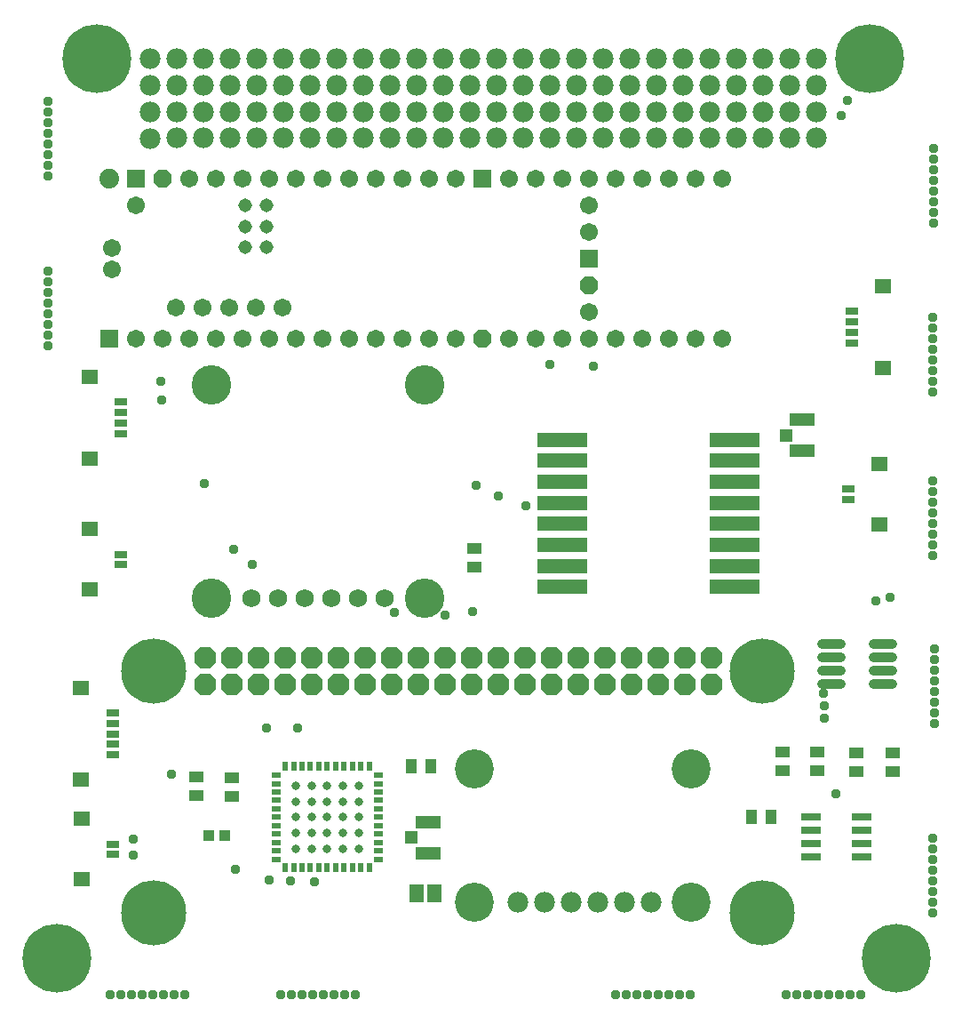
<source format=gbr>
G04 EAGLE Gerber RS-274X export*
G75*
%MOMM*%
%FSLAX34Y34*%
%LPD*%
%INSoldermask Bottom*%
%IPPOS*%
%AMOC8*
5,1,8,0,0,1.08239X$1,22.5*%
G01*
%ADD10C,6.553200*%
%ADD11C,1.981200*%
%ADD12C,0.903200*%
%ADD13R,1.403200X1.003200*%
%ADD14R,0.903200X0.563200*%
%ADD15R,0.563200X0.903200*%
%ADD16C,0.803200*%
%ADD17R,1.003200X1.003200*%
%ADD18R,2.463800X1.244600*%
%ADD19R,1.295400X1.244600*%
%ADD20R,1.879600X0.711200*%
%ADD21R,1.003200X1.403200*%
%ADD22R,4.703200X1.403200*%
%ADD23C,3.759200*%
%ADD24C,1.727200*%
%ADD25R,1.403200X1.673200*%
%ADD26R,1.711200X1.711200*%
%ADD27C,1.879600*%
%ADD28P,1.852186X8X112.500000*%
%ADD29C,1.711200*%
%ADD30C,1.311200*%
%ADD31R,1.203200X0.753200*%
%ADD32R,1.503200X1.463200*%
%ADD33P,2.249423X8X22.500000*%
%ADD34C,0.959600*%
%ADD35C,3.719200*%
%ADD36C,6.203200*%


D10*
X50800Y50800D03*
X850900Y50800D03*
X825500Y908050D03*
X88900Y908050D03*
D11*
X774700Y908050D03*
X774700Y882650D03*
X139700Y908050D03*
X139700Y882650D03*
X749300Y908050D03*
X749300Y882650D03*
X723900Y908050D03*
X723900Y882650D03*
X698500Y908050D03*
X698500Y882650D03*
X673100Y908050D03*
X673100Y882650D03*
X647700Y908050D03*
X647700Y882650D03*
X622300Y908050D03*
X622300Y882650D03*
X596900Y908050D03*
X596900Y882650D03*
X571500Y908050D03*
X571500Y882650D03*
X546100Y908050D03*
X546100Y882650D03*
X520700Y908050D03*
X520700Y882650D03*
X495300Y908050D03*
X495300Y882650D03*
X469900Y908050D03*
X469900Y882650D03*
X444500Y908050D03*
X444500Y882650D03*
X419100Y908050D03*
X419100Y882650D03*
X393700Y908050D03*
X393700Y882650D03*
X368300Y908050D03*
X368300Y882650D03*
X342900Y908050D03*
X342900Y882650D03*
X317500Y908050D03*
X317500Y882650D03*
X292100Y908050D03*
X292100Y882650D03*
X266700Y908050D03*
X266700Y882650D03*
X241300Y908050D03*
X241300Y882650D03*
X215900Y908050D03*
X215900Y882650D03*
X190500Y908050D03*
X190500Y882650D03*
X165100Y908050D03*
X165100Y882650D03*
X774700Y857250D03*
X774700Y832231D03*
X139700Y857250D03*
X139700Y831850D03*
X749300Y857250D03*
X749300Y832231D03*
X723900Y857250D03*
X723900Y832231D03*
X698500Y857250D03*
X698500Y832231D03*
X673100Y857250D03*
X673100Y832231D03*
X647700Y857250D03*
X647700Y832231D03*
X622300Y857250D03*
X622300Y832231D03*
X596900Y857250D03*
X596900Y832231D03*
X571500Y857250D03*
X571500Y832231D03*
X546100Y857250D03*
X546100Y832231D03*
X520700Y857250D03*
X520700Y832231D03*
X495300Y857250D03*
X495300Y832231D03*
X469900Y857250D03*
X469900Y832231D03*
X444500Y857250D03*
X444500Y832231D03*
X419100Y857250D03*
X419100Y832231D03*
X393700Y857250D03*
X393700Y832231D03*
X368300Y857250D03*
X368300Y832231D03*
X342900Y857250D03*
X342900Y832231D03*
X317500Y857250D03*
X317500Y832231D03*
X292100Y857250D03*
X292100Y832231D03*
X266700Y857250D03*
X266700Y832231D03*
X241300Y857250D03*
X241300Y832231D03*
X215900Y857250D03*
X215900Y832231D03*
X190500Y857250D03*
X190500Y832231D03*
X165100Y857250D03*
X165100Y832231D03*
D12*
X779532Y312830D02*
X797532Y312830D01*
X797532Y325530D02*
X779532Y325530D01*
X779532Y338230D02*
X797532Y338230D01*
X797532Y350930D02*
X779532Y350930D01*
X828532Y312830D02*
X846532Y312830D01*
X846532Y325530D02*
X828532Y325530D01*
X828532Y338230D02*
X846532Y338230D01*
X846532Y350930D02*
X828532Y350930D01*
D13*
X775428Y247570D03*
X775428Y229570D03*
X741798Y247766D03*
X741798Y229766D03*
D14*
X259688Y145494D03*
X259688Y153494D03*
X259688Y161494D03*
X259688Y169494D03*
X259688Y177494D03*
X259688Y185494D03*
X259688Y193494D03*
X259688Y201494D03*
X259688Y209494D03*
X259688Y217494D03*
X259688Y225494D03*
D15*
X268088Y233894D03*
X276088Y233894D03*
X284088Y233894D03*
X292088Y233894D03*
X300088Y233894D03*
X308088Y233894D03*
X316188Y233894D03*
X324088Y233894D03*
X332088Y233894D03*
X340088Y233894D03*
X348088Y233894D03*
D14*
X356488Y225494D03*
X356488Y217494D03*
X356488Y209494D03*
X356488Y201494D03*
X356488Y193494D03*
X356488Y185494D03*
X356488Y177494D03*
X356488Y169494D03*
X356488Y161494D03*
X356488Y153494D03*
X356488Y145494D03*
D15*
X348088Y137094D03*
X340088Y137094D03*
X332088Y137094D03*
X324088Y137094D03*
X316088Y137094D03*
X308088Y137094D03*
X300088Y137094D03*
X292088Y137094D03*
X284088Y137094D03*
X276288Y137094D03*
X268088Y137094D03*
D16*
X278088Y155494D03*
X278088Y170494D03*
X278088Y185494D03*
X278088Y200494D03*
X278088Y215494D03*
X293088Y155494D03*
X293088Y170494D03*
X293088Y185494D03*
X293088Y200494D03*
X293088Y215494D03*
X308088Y155494D03*
X308088Y170494D03*
X308088Y185494D03*
X308088Y200494D03*
X308088Y215494D03*
X323088Y155494D03*
X323088Y170494D03*
X323088Y185494D03*
X323088Y200494D03*
X323088Y215494D03*
X338088Y155494D03*
X338088Y170494D03*
X338088Y185494D03*
X338088Y200494D03*
X338088Y215494D03*
D17*
X195326Y168024D03*
X210326Y168024D03*
D18*
X404199Y151195D03*
X404199Y180605D03*
D19*
X388239Y165900D03*
D18*
X761099Y534395D03*
X761099Y563805D03*
D19*
X745139Y549100D03*
D11*
X616660Y104104D03*
X591260Y104104D03*
X565860Y104104D03*
X540460Y104104D03*
X515060Y104104D03*
X489660Y104104D03*
D13*
X847088Y246626D03*
X847088Y228626D03*
X812562Y229074D03*
X812562Y247074D03*
D20*
X817246Y186044D03*
X817246Y173344D03*
X817246Y160644D03*
X817246Y147944D03*
X768986Y147944D03*
X768986Y160644D03*
X768986Y173344D03*
X768986Y186044D03*
D21*
X730878Y186042D03*
X712878Y186042D03*
D22*
X532100Y424900D03*
X532100Y444900D03*
X532100Y464900D03*
X532100Y484900D03*
X532100Y504900D03*
X532100Y524900D03*
X532100Y544900D03*
X696100Y544900D03*
X696100Y524900D03*
X696100Y504900D03*
X696100Y484900D03*
X696100Y464900D03*
X696100Y444900D03*
X696100Y424900D03*
X696100Y404900D03*
X532100Y404900D03*
D23*
X198000Y393700D03*
X401200Y393700D03*
X198000Y596900D03*
X401200Y596900D03*
D24*
X236100Y393700D03*
X261500Y393700D03*
X286900Y393700D03*
X312300Y393700D03*
X337700Y393700D03*
X363100Y393700D03*
D13*
X448700Y423500D03*
X448700Y441500D03*
X216900Y223300D03*
X216900Y205300D03*
X183300Y223900D03*
X183300Y205900D03*
D25*
X410400Y113300D03*
X393200Y113300D03*
D21*
X388500Y234400D03*
X406500Y234400D03*
D26*
X100400Y641100D03*
X557600Y717300D03*
X125800Y793500D03*
D27*
X100400Y793500D03*
D28*
X151200Y793500D03*
X557600Y691900D03*
D29*
X557600Y666500D03*
X557600Y742700D03*
X557600Y768100D03*
X430600Y793500D03*
X430600Y641100D03*
X125800Y641100D03*
X151200Y641100D03*
X176600Y641100D03*
X202000Y641100D03*
X227400Y641100D03*
X252800Y641100D03*
X278200Y641100D03*
X303600Y641100D03*
X329000Y641100D03*
X354400Y641100D03*
X379800Y641100D03*
X405200Y641100D03*
X125800Y768100D03*
X405200Y793500D03*
X379800Y793500D03*
X354400Y793500D03*
X329000Y793500D03*
X303600Y793500D03*
X278200Y793500D03*
X252800Y793500D03*
X227400Y793500D03*
X202000Y793500D03*
X176600Y793500D03*
D28*
X456000Y641100D03*
D29*
X506800Y641100D03*
X532200Y641100D03*
X557600Y641100D03*
X583000Y641100D03*
X608400Y641100D03*
X633800Y641100D03*
X659200Y641100D03*
X684600Y641100D03*
X481400Y793500D03*
X506800Y793500D03*
X532200Y793500D03*
X557600Y793500D03*
X583000Y793500D03*
X608400Y793500D03*
X633800Y793500D03*
X659200Y793500D03*
X684600Y793500D03*
X163900Y671100D03*
X189300Y671100D03*
X214700Y671100D03*
X240100Y671100D03*
X265500Y671100D03*
X481400Y641100D03*
D26*
X456000Y793500D03*
D29*
X102700Y727300D03*
X102700Y707300D03*
D30*
X230100Y768100D03*
X230100Y748100D03*
X230100Y728100D03*
X250100Y768100D03*
X250100Y748100D03*
X250100Y728100D03*
D31*
X808100Y667100D03*
X808100Y657100D03*
X808100Y647100D03*
X808100Y637100D03*
D32*
X838000Y690850D03*
X838000Y613300D03*
D31*
X103800Y149900D03*
X103800Y159900D03*
D32*
X73900Y126150D03*
X73900Y183700D03*
D31*
X103500Y244900D03*
X103500Y254900D03*
X103500Y264900D03*
X103500Y274900D03*
X103500Y284900D03*
D32*
X73600Y221150D03*
X73600Y308700D03*
D31*
X111300Y425900D03*
X111300Y435900D03*
D32*
X81400Y402150D03*
X81400Y459700D03*
D31*
X111600Y550900D03*
X111600Y560900D03*
X111600Y570900D03*
X111600Y580900D03*
D32*
X81700Y527150D03*
X81700Y604700D03*
D33*
X191600Y311900D03*
X191600Y337300D03*
X217000Y311900D03*
X217000Y337300D03*
X242400Y311900D03*
X242400Y337300D03*
X267800Y311900D03*
X267800Y337300D03*
X293200Y311900D03*
X293200Y337300D03*
X318600Y311900D03*
X318600Y337300D03*
X344000Y311900D03*
X344000Y337300D03*
X369400Y311900D03*
X369400Y337300D03*
X394800Y311900D03*
X394800Y337300D03*
X420200Y311900D03*
X420200Y337300D03*
X445600Y311900D03*
X445600Y337300D03*
X471000Y311900D03*
X471000Y337300D03*
X496400Y311900D03*
X496400Y337300D03*
X521800Y311900D03*
X521800Y337300D03*
X547200Y311900D03*
X547200Y337300D03*
X572600Y311900D03*
X572600Y337300D03*
X598000Y311900D03*
X598000Y337300D03*
X623400Y311900D03*
X623400Y337300D03*
X648800Y311900D03*
X648800Y337300D03*
X674200Y311900D03*
X674200Y337300D03*
D31*
X804900Y497900D03*
X804900Y487900D03*
D32*
X834800Y521650D03*
X834800Y464100D03*
D34*
X101600Y16510D03*
X121920Y16510D03*
X132080Y16510D03*
X142240Y16510D03*
X152400Y16510D03*
X162560Y16510D03*
X172720Y16510D03*
X111760Y16510D03*
X264160Y16510D03*
X274320Y16510D03*
X284480Y16510D03*
X294640Y16510D03*
X304800Y16510D03*
X314960Y16510D03*
X325120Y16510D03*
X335280Y16510D03*
X41656Y796544D03*
X41656Y816864D03*
X41656Y827024D03*
X41656Y837184D03*
X41656Y847344D03*
X41656Y857504D03*
X41656Y867664D03*
X41656Y806704D03*
X41656Y634492D03*
X41656Y654812D03*
X41656Y664972D03*
X41656Y675132D03*
X41656Y685292D03*
X41656Y695452D03*
X41656Y705612D03*
X41656Y644652D03*
X582930Y16510D03*
X603250Y16510D03*
X613410Y16510D03*
X623570Y16510D03*
X633730Y16510D03*
X643890Y16510D03*
X654050Y16510D03*
X593090Y16510D03*
X745490Y16510D03*
X755650Y16510D03*
X765810Y16510D03*
X775970Y16510D03*
X786130Y16510D03*
X796290Y16510D03*
X806450Y16510D03*
X816610Y16510D03*
X885190Y94234D03*
X885190Y114554D03*
X885190Y124714D03*
X885190Y134874D03*
X885190Y145034D03*
X885190Y155194D03*
X885190Y165354D03*
X885190Y104394D03*
X886206Y751332D03*
X886206Y771652D03*
X886206Y781812D03*
X886206Y791972D03*
X886206Y802132D03*
X886206Y812292D03*
X886206Y822452D03*
X886206Y761492D03*
X798000Y854000D03*
X295600Y124000D03*
X272900Y124500D03*
X561700Y615300D03*
X220600Y136100D03*
X250300Y270800D03*
X123100Y164600D03*
X280000Y270700D03*
X123100Y149100D03*
X449600Y501700D03*
X471200Y491500D03*
X497000Y482100D03*
X372100Y380900D03*
X782100Y279500D03*
X420700Y378300D03*
X781900Y291200D03*
X446500Y381500D03*
X781300Y303100D03*
X236300Y426500D03*
X844200Y395200D03*
X252500Y125900D03*
X520500Y616800D03*
X159500Y226700D03*
D35*
X448640Y231100D03*
X654760Y104104D03*
X654760Y231104D03*
X448640Y104104D03*
D34*
X831000Y391700D03*
X803700Y868100D03*
X793200Y207400D03*
X190700Y503600D03*
X886590Y274934D03*
X886590Y295254D03*
X886590Y305414D03*
X886590Y315574D03*
X886590Y325734D03*
X886590Y335894D03*
X886590Y346054D03*
X886590Y285094D03*
X885490Y590834D03*
X885490Y611154D03*
X885490Y621314D03*
X885490Y631474D03*
X885490Y641634D03*
X885490Y651794D03*
X885490Y661954D03*
X885490Y600994D03*
X885190Y434634D03*
X885190Y454954D03*
X885190Y465114D03*
X885190Y475274D03*
X885190Y485434D03*
X885190Y495594D03*
X885190Y505754D03*
X885190Y444794D03*
X149800Y600500D03*
X150000Y583200D03*
D36*
X142600Y324700D03*
X722600Y324600D03*
X722600Y94600D03*
X142600Y94600D03*
D34*
X219100Y440300D03*
M02*

</source>
